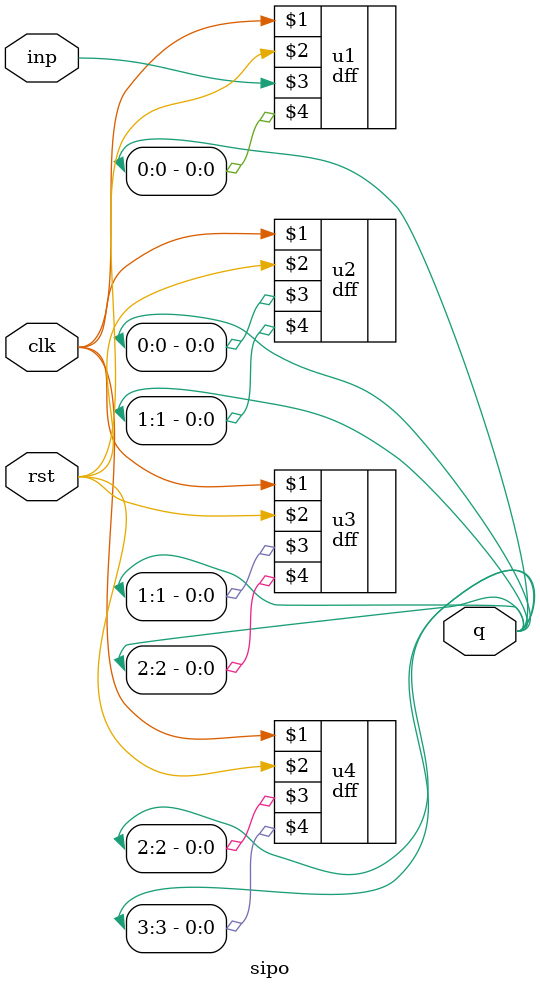
<source format=v>
`timescale 1ns / 1ps

module sipo(clk, rst, inp, q);

input clk, rst, inp;
output [3:0]q;

dff u1(clk, rst, inp, q[0]);
dff u2(clk, rst, q[0], q[1]);
dff u3(clk, rst, q[1], q[2]);
dff u4(clk, rst, q[2], q[3]);

endmodule

</source>
